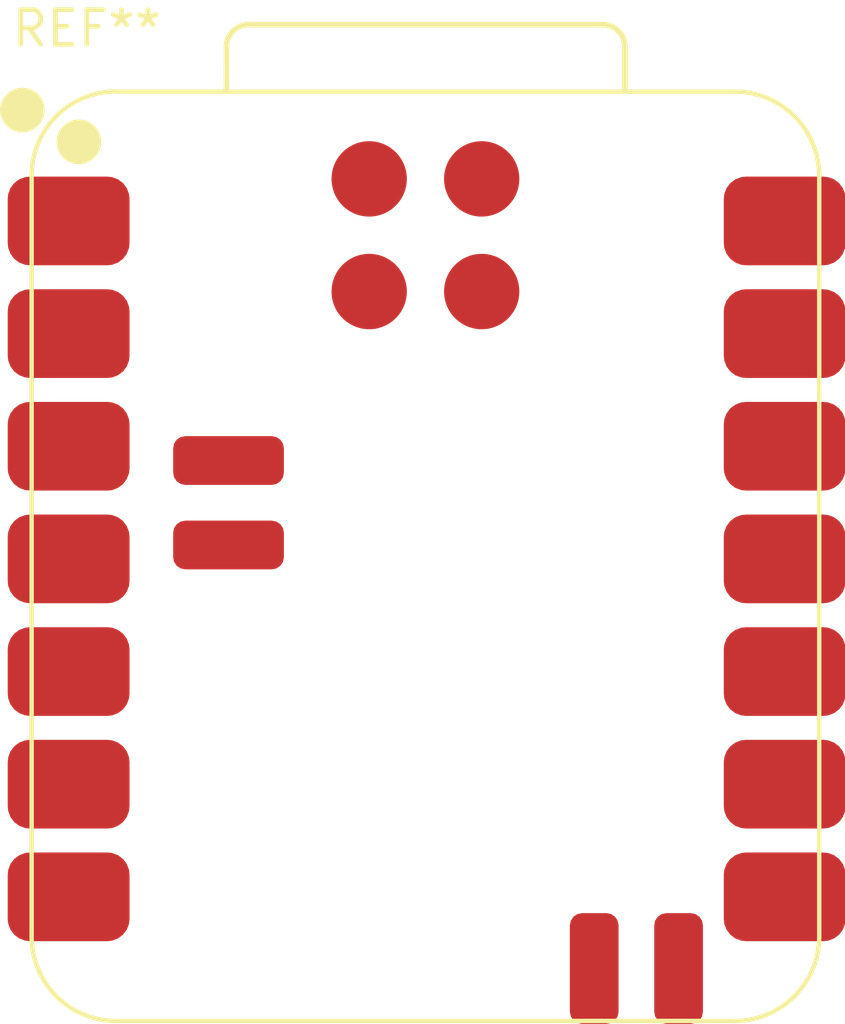
<source format=kicad_pcb>
(kicad_pcb (version 20241229) (generator "pcbnew") (generator_version "9.0")
  (layers (0 "F.Cu" signal) (2 "B.Cu" signal) (13 "F.Paste" user) (15 "B.Paste" user) (5 "F.SilkS" user "F.Silkscreen") (7 "B.SilkS" user "B.Silkscreen") (1 "F.Mask" user) (3 "B.Mask" user) (25 "Edge.Cuts" user))
  (net 0 "")
  (footprint "Seeed Studio XIAO Series Library:XIAO-nRF52840-SMD" (layer "F.Cu") (at 40 36.5)
    (property "Reference" "REF**" (at -9.445 -11.5 0) (layer "F.SilkS") (effects (font (size 0.78232 0.78232) (thickness 0.10668)) (justify left bottom)))
    (property "Value" "XIAO-nRF52840-SMD")
    (fp_line (start -8.945 8.513) (end -8.945 -8.632) (stroke (width 0.1)) (layer "F.SilkS"))
    (fp_line (start -7.04 10.418) (end 6.93 10.418) (stroke (width 0.1)) (layer "F.SilkS"))
    (fp_line (start -4.55 -10.537) (end -4.546272 -11.547272) (stroke (width 0.127)) (layer "F.SilkS"))
    (fp_line (start -4.046272 -12.047) (end 3.949 -12.047) (stroke (width 0.127)) (layer "F.SilkS"))
    (fp_line (start 4.449 -11.547) (end 4.449 -10.537) (stroke (width 0.127)) (layer "F.SilkS"))
    (fp_line (start 6.93 -10.537) (end -7.04 -10.537) (stroke (width 0.1)) (layer "F.SilkS"))
    (fp_line (start 8.835 8.513) (end 8.835 -8.632) (stroke (width 0.1)) (layer "F.SilkS"))
    (fp_arc (start -8.945 -8.636) (mid -8.387038 -9.983038) (end -7.04 -10.541) (stroke (width 0.1)) (layer "F.SilkS"))
    (fp_arc (start -7.04 10.418) (mid -8.387038 9.860038) (end -8.945 8.513) (stroke (width 0.1)) (layer "F.SilkS"))
    (fp_arc (start -4.546272 -11.547272) (mid -4.399724 -11.900644) (end -4.046272 -12.047) (stroke (width 0.127)) (layer "F.SilkS"))
    (fp_arc (start 3.949 -12.047) (mid 4.302524 -11.900524) (end 4.449 -11.547) (stroke (width 0.127)) (layer "F.SilkS"))
    (fp_arc (start 6.93 -10.537) (mid 8.277024 -9.979024) (end 8.835 -8.632) (stroke (width 0.1)) (layer "F.SilkS"))
    (fp_arc (start 8.835 8.513) (mid 8.277038 9.860038) (end 6.93 10.418) (stroke (width 0.1)) (layer "F.SilkS"))
    (fp_circle (center -9.155 -10.121) (end -9.155 -10.375) (stroke (width 0.5)) (fill yes) (layer "F.SilkS"))
    (fp_circle (center -7.881 -9.404) (end -7.881 -9.658) (stroke (width 0.5)) (fill yes) (layer "F.SilkS"))
    (pad "1" smd roundrect (at -8.11 -7.62) (size 2.75 2) (layers "F.Cu" "F.Mask" "F.Paste"))
    (pad "2" smd roundrect (at -8.11 -5.08) (size 2.75 2) (layers "F.Cu" "F.Mask" "F.Paste"))
    (pad "3" smd roundrect (at -8.11 -2.54) (size 2.75 2) (layers "F.Cu" "F.Mask" "F.Paste"))
    (pad "4" smd roundrect (at -8.11 0) (size 2.75 2) (layers "F.Cu" "F.Mask" "F.Paste"))
    (pad "5" smd roundrect (at -8.11 2.54) (size 2.75 2) (layers "F.Cu" "F.Mask" "F.Paste"))
    (pad "6" smd roundrect (at -8.11 5.08) (size 2.75 2) (layers "F.Cu" "F.Mask" "F.Paste"))
    (pad "7" smd roundrect (at -8.11 7.62) (size 2.75 2) (layers "F.Cu" "F.Mask" "F.Paste"))
    (pad "8" smd roundrect (at 8.055 7.62) (size 2.75 2) (layers "F.Cu" "F.Mask" "F.Paste"))
    (pad "9" smd roundrect (at 8.055 5.08) (size 2.75 2) (layers "F.Cu" "F.Mask" "F.Paste"))
    (pad "10" smd roundrect (at 8.055 2.54) (size 2.75 2) (layers "F.Cu" "F.Mask" "F.Paste"))
    (pad "11" smd roundrect (at 8.055 0) (size 2.75 2) (layers "F.Cu" "F.Mask" "F.Paste"))
    (pad "12" smd roundrect (at 8.055 -2.54) (size 2.75 2) (layers "F.Cu" "F.Mask" "F.Paste"))
    (pad "13" smd roundrect (at 8.055 -5.08) (size 2.75 2) (layers "F.Cu" "F.Mask" "F.Paste"))
    (pad "14" smd roundrect (at 8.055 -7.62) (size 2.75 2) (layers "F.Cu" "F.Mask" "F.Paste"))
    (pad "15" smd roundrect (at -4.5 -0.3135 180) (size 2.5 1.1) (layers "F.Cu" "F.Mask" "F.Paste"))
    (pad "16" smd roundrect (at -4.5 -2.2185 180) (size 2.5 1.1) (layers "F.Cu" "F.Mask" "F.Paste"))
    (pad "17" smd roundrect (at 3.755 9.2369 270) (size 2.5 1.1) (layers "F.Cu" "F.Mask" "F.Paste"))
    (pad "18" smd roundrect (at 5.66 9.2369 270) (size 2.5 1.1) (layers "F.Cu" "F.Mask" "F.Paste"))
    (pad "19" smd circle (at -1.325 -8.5685) (size 1.7 1.7) (layers "F.Cu" "F.Mask" "F.Paste"))
    (pad "20" smd circle (at 1.215 -8.5685) (size 1.7 1.7) (layers "F.Cu" "F.Mask" "F.Paste"))
    (pad "21" smd circle (at -1.325 -6.0285) (size 1.7 1.7) (layers "F.Cu" "F.Mask" "F.Paste"))
    (pad "22" smd circle (at 1.215 -6.0285) (size 1.7 1.7) (layers "F.Cu" "F.Mask" "F.Paste"))
  )
)
</source>
